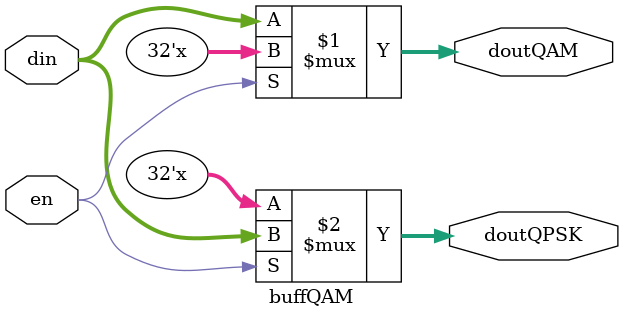
<source format=v>

module buffQAM#
(
	parameter WIDTH = 8,
	parameter n = 4
)
(
	input [n*WIDTH-1:0]din,
	input en,
	output [n*WIDTH-1:0]doutQAM,
	output [n*WIDTH-1:0]doutQPSK
);

assign doutQAM = en ? 'bz:din; 
assign doutQPSK = en ? din:'bz;
endmodule
</source>
